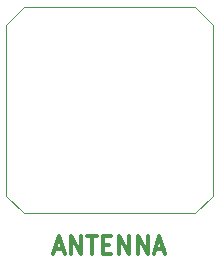
<source format=gbr>
%TF.GenerationSoftware,KiCad,Pcbnew,6.0.11-2627ca5db0~126~ubuntu22.04.1*%
%TF.CreationDate,2024-04-26T14:23:43+02:00*%
%TF.ProjectId,OTBreakOut_AntennaPanel,4f544272-6561-46b4-9f75-745f416e7465,rev?*%
%TF.SameCoordinates,Original*%
%TF.FileFunction,Legend,Top*%
%TF.FilePolarity,Positive*%
%FSLAX46Y46*%
G04 Gerber Fmt 4.6, Leading zero omitted, Abs format (unit mm)*
G04 Created by KiCad (PCBNEW 6.0.11-2627ca5db0~126~ubuntu22.04.1) date 2024-04-26 14:23:43*
%MOMM*%
%LPD*%
G01*
G04 APERTURE LIST*
%ADD10C,0.300000*%
%ADD11C,0.120000*%
G04 APERTURE END LIST*
D10*
X95392857Y-87250000D02*
X96107142Y-87250000D01*
X95250000Y-87678571D02*
X95750000Y-86178571D01*
X96250000Y-87678571D01*
X96750000Y-87678571D02*
X96750000Y-86178571D01*
X97607142Y-87678571D01*
X97607142Y-86178571D01*
X98107142Y-86178571D02*
X98964285Y-86178571D01*
X98535714Y-87678571D02*
X98535714Y-86178571D01*
X99464285Y-86892857D02*
X99964285Y-86892857D01*
X100178571Y-87678571D02*
X99464285Y-87678571D01*
X99464285Y-86178571D01*
X100178571Y-86178571D01*
X100821428Y-87678571D02*
X100821428Y-86178571D01*
X101678571Y-87678571D01*
X101678571Y-86178571D01*
X102392857Y-87678571D02*
X102392857Y-86178571D01*
X103250000Y-87678571D01*
X103250000Y-86178571D01*
X103892857Y-87250000D02*
X104607142Y-87250000D01*
X103750000Y-87678571D02*
X104250000Y-86178571D01*
X104750000Y-87678571D01*
D11*
%TO.C,REF\u002A\u002A*%
X108750000Y-82750000D02*
X107250000Y-84250000D01*
X107250000Y-66750000D02*
X108750000Y-68250000D01*
X91250000Y-82750000D02*
X91250000Y-68250000D01*
X107250000Y-84250000D02*
X92750000Y-84250000D01*
X108750000Y-68250000D02*
X108750000Y-82750000D01*
X92750000Y-66750000D02*
X107250000Y-66750000D01*
X92750000Y-66750000D02*
X91250000Y-68250000D01*
X92750000Y-84250000D02*
X91250000Y-82750000D01*
%TD*%
M02*

</source>
